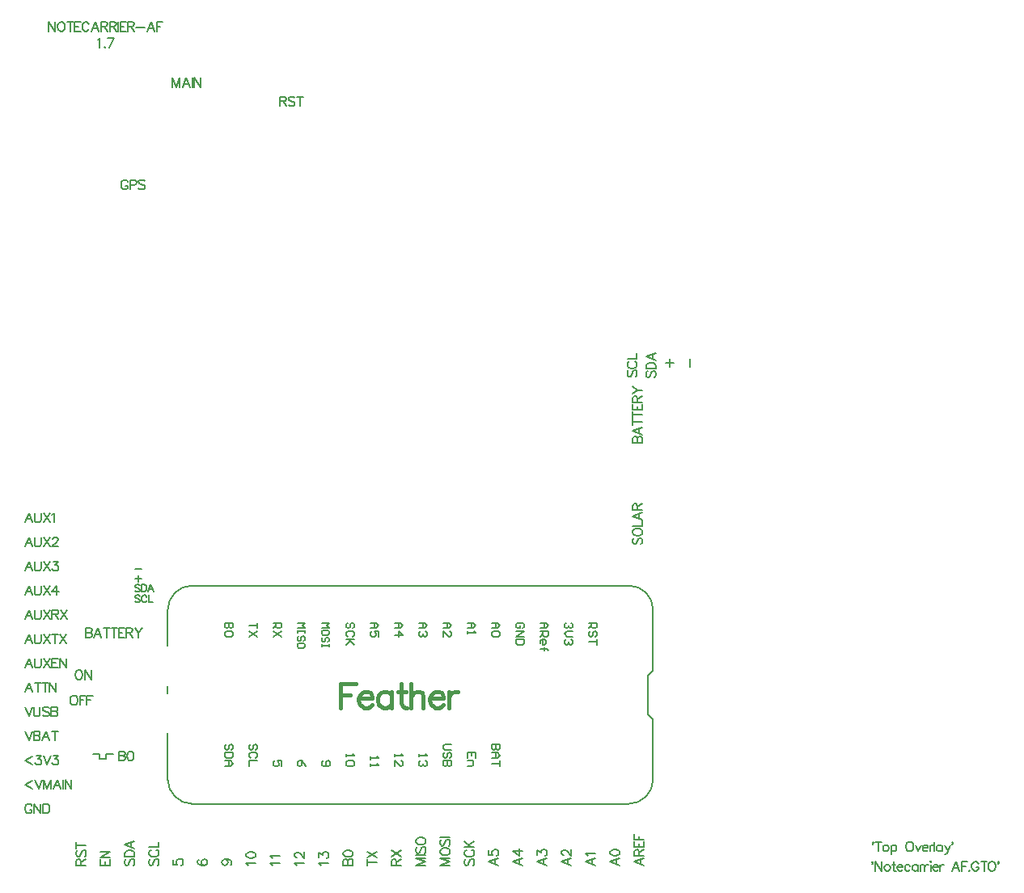
<source format=gto>
G04*
G04 #@! TF.GenerationSoftware,Altium Limited,Altium Designer,20.2.4 (192)*
G04*
G04 Layer_Color=65535*
%FSLAX25Y25*%
%MOIN*%
G70*
G04*
G04 #@! TF.SameCoordinates,7296403A-AE54-4680-90C6-F2F837FCC291*
G04*
G04*
G04 #@! TF.FilePolarity,Positive*
G04*
G01*
G75*
%ADD10C,0.00787*%
%ADD11C,0.00591*%
%ADD12C,0.00600*%
%ADD13C,0.01500*%
D10*
X270236Y117000D02*
G03*
X260236Y127000I-10000J0D01*
G01*
X80236D02*
G03*
X70236Y117000I0J-10000D01*
G01*
Y47000D02*
G03*
X80236Y37000I10000J0D01*
G01*
X260236D02*
G03*
X270236Y47000I0J10000D01*
G01*
X70236Y82556D02*
Y85665D01*
Y47000D02*
Y66020D01*
Y102201D02*
Y117000D01*
X80236Y127000D02*
X97154D01*
X250236D02*
X260236D01*
X80236Y37000D02*
X90236D01*
X203057D02*
X260236D01*
X270236Y47000D02*
Y72000D01*
X268236Y74000D02*
X270236Y72000D01*
X268236Y74000D02*
Y90000D01*
X270236Y92000D01*
Y117000D01*
X90236Y37000D02*
X203057D01*
X97154Y127000D02*
X250236D01*
D11*
X39406Y57568D02*
X42157D01*
X44908Y57532D02*
X47659D01*
X44908Y55408D02*
Y57550D01*
X42157Y55408D02*
X44908D01*
X42157D02*
Y57550D01*
X11422Y66989D02*
X12922Y63052D01*
X14421Y66989D02*
X12922Y63052D01*
X14927Y66989D02*
Y63052D01*
Y66989D02*
X16614D01*
X17177Y66801D01*
X17364Y66614D01*
X17551Y66239D01*
Y65864D01*
X17364Y65489D01*
X17177Y65302D01*
X16614Y65114D01*
X14927D02*
X16614D01*
X17177Y64927D01*
X17364Y64739D01*
X17551Y64364D01*
Y63802D01*
X17364Y63427D01*
X17177Y63240D01*
X16614Y63052D01*
X14927D01*
X21431D02*
X19932Y66989D01*
X18432Y63052D01*
X18995Y64364D02*
X20869D01*
X23662Y66989D02*
Y63052D01*
X22350Y66989D02*
X24974D01*
X285434Y220637D02*
Y217263D01*
X14421Y143052D02*
X12922Y146989D01*
X11422Y143052D01*
X11985Y144365D02*
X13859D01*
X15340Y146989D02*
Y144177D01*
X15527Y143615D01*
X15902Y143240D01*
X16464Y143052D01*
X16839D01*
X17402Y143240D01*
X17776Y143615D01*
X17964Y144177D01*
Y146989D01*
X19051D02*
X21675Y143052D01*
Y146989D02*
X19051Y143052D01*
X22743Y146051D02*
Y146239D01*
X22931Y146614D01*
X23118Y146801D01*
X23493Y146989D01*
X24243D01*
X24618Y146801D01*
X24805Y146614D01*
X24993Y146239D01*
Y145864D01*
X24805Y145489D01*
X24430Y144927D01*
X22556Y143052D01*
X25180D01*
X103290Y11631D02*
X103102Y12006D01*
X102540Y12569D01*
X106476D01*
X102540Y15642D02*
X102727Y15080D01*
X103290Y14705D01*
X104227Y14518D01*
X104789D01*
X105726Y14705D01*
X106289Y15080D01*
X106476Y15642D01*
Y16017D01*
X106289Y16580D01*
X105726Y16955D01*
X104789Y17142D01*
X104227D01*
X103290Y16955D01*
X102727Y16580D01*
X102540Y16017D01*
Y15642D01*
X278876Y218950D02*
X275502D01*
X277189Y220637D02*
Y217263D01*
X14421Y133052D02*
X12922Y136989D01*
X11422Y133052D01*
X11985Y134364D02*
X13859D01*
X15340Y136989D02*
Y134177D01*
X15527Y133615D01*
X15902Y133240D01*
X16464Y133052D01*
X16839D01*
X17402Y133240D01*
X17776Y133615D01*
X17964Y134177D01*
Y136989D01*
X19051D02*
X21675Y133052D01*
Y136989D02*
X19051Y133052D01*
X22931Y136989D02*
X24993D01*
X23868Y135489D01*
X24430D01*
X24805Y135302D01*
X24993Y135114D01*
X25180Y134552D01*
Y134177D01*
X24993Y133615D01*
X24618Y133240D01*
X24056Y133052D01*
X23493D01*
X22931Y133240D01*
X22743Y133427D01*
X22556Y133802D01*
X246476Y14630D02*
X242540Y13131D01*
X246476Y11631D01*
X245164Y12194D02*
Y14068D01*
X243290Y15549D02*
X243102Y15924D01*
X242540Y16486D01*
X246476D01*
X193102Y14255D02*
X192727Y13881D01*
X192540Y13318D01*
Y12569D01*
X192727Y12006D01*
X193102Y11631D01*
X193477D01*
X193852Y11819D01*
X194039Y12006D01*
X194227Y12381D01*
X194602Y13506D01*
X194789Y13881D01*
X194977Y14068D01*
X195351Y14255D01*
X195914D01*
X196289Y13881D01*
X196476Y13318D01*
Y12569D01*
X196289Y12006D01*
X195914Y11631D01*
X193477Y17948D02*
X193102Y17761D01*
X192727Y17386D01*
X192540Y17011D01*
Y16261D01*
X192727Y15886D01*
X193102Y15511D01*
X193477Y15324D01*
X194039Y15136D01*
X194977D01*
X195539Y15324D01*
X195914Y15511D01*
X196289Y15886D01*
X196476Y16261D01*
Y17011D01*
X196289Y17386D01*
X195914Y17761D01*
X195539Y17948D01*
X192540Y19054D02*
X196476D01*
X192540Y21678D02*
X195164Y19054D01*
X194227Y19991D02*
X196476Y21678D01*
X14421Y93052D02*
X12922Y96989D01*
X11422Y93052D01*
X11985Y94365D02*
X13859D01*
X15340Y96989D02*
Y94177D01*
X15527Y93615D01*
X15902Y93240D01*
X16464Y93052D01*
X16839D01*
X17402Y93240D01*
X17776Y93615D01*
X17964Y94177D01*
Y96989D01*
X19051D02*
X21675Y93052D01*
Y96989D02*
X19051Y93052D01*
X24993Y96989D02*
X22556D01*
Y93052D01*
X24993D01*
X22556Y95114D02*
X24056D01*
X25649Y96989D02*
Y93052D01*
Y96989D02*
X28273Y93052D01*
Y96989D02*
Y93052D01*
X142540Y11631D02*
X146476D01*
X142540D02*
Y13318D01*
X142727Y13881D01*
X142915Y14068D01*
X143290Y14255D01*
X143665D01*
X144039Y14068D01*
X144227Y13881D01*
X144414Y13318D01*
Y11631D02*
Y13318D01*
X144602Y13881D01*
X144789Y14068D01*
X145164Y14255D01*
X145726D01*
X146101Y14068D01*
X146289Y13881D01*
X146476Y13318D01*
Y11631D01*
X142540Y16261D02*
X142727Y15699D01*
X143290Y15324D01*
X144227Y15136D01*
X144789D01*
X145726Y15324D01*
X146289Y15699D01*
X146476Y16261D01*
Y16636D01*
X146289Y17198D01*
X145726Y17573D01*
X144789Y17761D01*
X144227D01*
X143290Y17573D01*
X142727Y17198D01*
X142540Y16636D01*
Y16261D01*
X49974Y58671D02*
Y54735D01*
Y58671D02*
X51661D01*
X52223Y58484D01*
X52411Y58296D01*
X52598Y57921D01*
Y57547D01*
X52411Y57172D01*
X52223Y56984D01*
X51661Y56797D01*
X49974D02*
X51661D01*
X52223Y56609D01*
X52411Y56422D01*
X52598Y56047D01*
Y55485D01*
X52411Y55110D01*
X52223Y54922D01*
X51661Y54735D01*
X49974D01*
X54604Y58671D02*
X54041Y58484D01*
X53667Y57921D01*
X53479Y56984D01*
Y56422D01*
X53667Y55485D01*
X54041Y54922D01*
X54604Y54735D01*
X54979D01*
X55541Y54922D01*
X55916Y55485D01*
X56103Y56422D01*
Y56984D01*
X55916Y57921D01*
X55541Y58484D01*
X54979Y58671D01*
X54604D01*
X83102Y13881D02*
X82727Y13693D01*
X82540Y13131D01*
Y12756D01*
X82727Y12194D01*
X83290Y11819D01*
X84227Y11631D01*
X85164D01*
X85914Y11819D01*
X86289Y12194D01*
X86476Y12756D01*
Y12943D01*
X86289Y13506D01*
X85914Y13881D01*
X85351Y14068D01*
X85164D01*
X84602Y13881D01*
X84227Y13506D01*
X84039Y12943D01*
Y12756D01*
X84227Y12194D01*
X84602Y11819D01*
X85164Y11631D01*
X113290D02*
X113102Y12006D01*
X112540Y12569D01*
X116476D01*
X113290Y14518D02*
X113102Y14893D01*
X112540Y15455D01*
X116476D01*
X14234Y36051D02*
X14046Y36426D01*
X13672Y36801D01*
X13297Y36989D01*
X12547D01*
X12172Y36801D01*
X11797Y36426D01*
X11610Y36051D01*
X11422Y35489D01*
Y34552D01*
X11610Y33990D01*
X11797Y33615D01*
X12172Y33240D01*
X12547Y33052D01*
X13297D01*
X13672Y33240D01*
X14046Y33615D01*
X14234Y33990D01*
Y34552D01*
X13297D02*
X14234D01*
X15134Y36989D02*
Y33052D01*
Y36989D02*
X17758Y33052D01*
Y36989D02*
Y33052D01*
X18845Y36989D02*
Y33052D01*
Y36989D02*
X20157D01*
X20719Y36801D01*
X21094Y36426D01*
X21282Y36051D01*
X21469Y35489D01*
Y34552D01*
X21282Y33990D01*
X21094Y33615D01*
X20719Y33240D01*
X20157Y33052D01*
X18845D01*
X41252Y352087D02*
X41627Y352274D01*
X42189Y352836D01*
Y348900D01*
X44326Y349275D02*
X44139Y349088D01*
X44326Y348900D01*
X44513Y349088D01*
X44326Y349275D01*
X48000Y352836D02*
X46126Y348900D01*
X45376Y352836D02*
X48000D01*
X42540Y14068D02*
Y11631D01*
X46476D01*
Y14068D01*
X44414Y11631D02*
Y13131D01*
X42540Y14724D02*
X46476D01*
X42540D02*
X46476Y17348D01*
X42540D02*
X46476D01*
X262429Y146678D02*
X262054Y146303D01*
X261867Y145740D01*
Y144991D01*
X262054Y144428D01*
X262429Y144053D01*
X262804D01*
X263179Y144241D01*
X263367Y144428D01*
X263554Y144803D01*
X263929Y145928D01*
X264116Y146303D01*
X264304Y146490D01*
X264679Y146678D01*
X265241D01*
X265616Y146303D01*
X265803Y145740D01*
Y144991D01*
X265616Y144428D01*
X265241Y144053D01*
X261867Y148683D02*
X262054Y148308D01*
X262429Y147933D01*
X262804Y147746D01*
X263367Y147559D01*
X264304D01*
X264866Y147746D01*
X265241Y147933D01*
X265616Y148308D01*
X265803Y148683D01*
Y149433D01*
X265616Y149808D01*
X265241Y150183D01*
X264866Y150370D01*
X264304Y150558D01*
X263367D01*
X262804Y150370D01*
X262429Y150183D01*
X262054Y149808D01*
X261867Y149433D01*
Y148683D01*
Y151476D02*
X265803D01*
Y153725D01*
Y157155D02*
X261867Y155656D01*
X265803Y154156D01*
X264491Y154719D02*
Y156593D01*
X261867Y158074D02*
X265803D01*
X261867D02*
Y159761D01*
X262054Y160323D01*
X262242Y160510D01*
X262617Y160698D01*
X262992D01*
X263367Y160510D01*
X263554Y160323D01*
X263741Y159761D01*
Y158074D01*
Y159386D02*
X265803Y160698D01*
X261867Y185827D02*
X265803D01*
X261867D02*
Y187514D01*
X262055Y188076D01*
X262242Y188263D01*
X262617Y188451D01*
X262992D01*
X263367Y188263D01*
X263554Y188076D01*
X263742Y187514D01*
Y185827D02*
Y187514D01*
X263929Y188076D01*
X264116Y188263D01*
X264491Y188451D01*
X265054D01*
X265428Y188263D01*
X265616Y188076D01*
X265803Y187514D01*
Y185827D01*
Y192331D02*
X261867Y190831D01*
X265803Y189332D01*
X264491Y189894D02*
Y191769D01*
X261867Y194561D02*
X265803D01*
X261867Y193249D02*
Y195873D01*
Y197654D02*
X265803D01*
X261867Y196342D02*
Y198966D01*
Y201871D02*
Y199435D01*
X265803D01*
Y201871D01*
X263742Y199435D02*
Y200934D01*
X261867Y202527D02*
X265803D01*
X261867D02*
Y204214D01*
X262055Y204777D01*
X262242Y204964D01*
X262617Y205151D01*
X262992D01*
X263367Y204964D01*
X263554Y204777D01*
X263742Y204214D01*
Y202527D01*
Y203839D02*
X265803Y205151D01*
X261867Y206032D02*
X263742Y207532D01*
X265803D01*
X261867Y209031D02*
X263742Y207532D01*
X266476Y14630D02*
X262540Y13131D01*
X266476Y11631D01*
X265164Y12194D02*
Y14068D01*
X262540Y15549D02*
X266476D01*
X262540D02*
Y17236D01*
X262727Y17798D01*
X262915Y17986D01*
X263290Y18173D01*
X263665D01*
X264039Y17986D01*
X264227Y17798D01*
X264414Y17236D01*
Y15549D01*
Y16861D02*
X266476Y18173D01*
X262540Y21490D02*
Y19054D01*
X266476D01*
Y21490D01*
X264414Y19054D02*
Y20553D01*
X262540Y22147D02*
X266476D01*
X262540D02*
Y24583D01*
X264414Y22147D02*
Y23646D01*
X63102Y14255D02*
X62727Y13881D01*
X62540Y13318D01*
Y12569D01*
X62727Y12006D01*
X63102Y11631D01*
X63477D01*
X63852Y11819D01*
X64039Y12006D01*
X64227Y12381D01*
X64602Y13506D01*
X64789Y13881D01*
X64977Y14068D01*
X65351Y14255D01*
X65914D01*
X66289Y13881D01*
X66476Y13318D01*
Y12569D01*
X66289Y12006D01*
X65914Y11631D01*
X63477Y17948D02*
X63102Y17761D01*
X62727Y17386D01*
X62540Y17011D01*
Y16261D01*
X62727Y15886D01*
X63102Y15511D01*
X63477Y15324D01*
X64039Y15136D01*
X64977D01*
X65539Y15324D01*
X65914Y15511D01*
X66289Y15886D01*
X66476Y16261D01*
Y17011D01*
X66289Y17386D01*
X65914Y17761D01*
X65539Y17948D01*
X62540Y19054D02*
X66476D01*
Y21303D01*
X260166Y215738D02*
X259791Y215363D01*
X259603Y214800D01*
Y214051D01*
X259791Y213488D01*
X260166Y213113D01*
X260541D01*
X260915Y213301D01*
X261103Y213488D01*
X261290Y213863D01*
X261665Y214988D01*
X261853Y215363D01*
X262040Y215550D01*
X262415Y215738D01*
X262977D01*
X263352Y215363D01*
X263540Y214800D01*
Y214051D01*
X263352Y213488D01*
X262977Y213113D01*
X260541Y219430D02*
X260166Y219243D01*
X259791Y218868D01*
X259603Y218493D01*
Y217743D01*
X259791Y217368D01*
X260166Y216993D01*
X260541Y216806D01*
X261103Y216618D01*
X262040D01*
X262602Y216806D01*
X262977Y216993D01*
X263352Y217368D01*
X263540Y217743D01*
Y218493D01*
X263352Y218868D01*
X262977Y219243D01*
X262602Y219430D01*
X259603Y220536D02*
X263540D01*
Y222785D01*
X14421Y46426D02*
X11422Y44739D01*
X14421Y43052D01*
X15546Y46989D02*
X17045Y43052D01*
X18545Y46989D02*
X17045Y43052D01*
X19051Y46989D02*
Y43052D01*
Y46989D02*
X20550Y43052D01*
X22050Y46989D02*
X20550Y43052D01*
X22050Y46989D02*
Y43052D01*
X26174D02*
X24674Y46989D01*
X23175Y43052D01*
X23737Y44365D02*
X25611D01*
X27092Y46989D02*
Y43052D01*
X27917Y46989D02*
Y43052D01*
Y46989D02*
X30541Y43052D01*
Y46989D02*
Y43052D01*
X152540Y12943D02*
X156476D01*
X152540Y11631D02*
Y14255D01*
Y14724D02*
X156476Y17348D01*
X152540D02*
X156476Y14724D01*
X93852Y14068D02*
X94414Y13881D01*
X94789Y13506D01*
X94977Y12943D01*
Y12756D01*
X94789Y12194D01*
X94414Y11819D01*
X93852Y11631D01*
X93664D01*
X93102Y11819D01*
X92727Y12194D01*
X92540Y12756D01*
Y12943D01*
X92727Y13506D01*
X93102Y13881D01*
X93852Y14068D01*
X94789D01*
X95726Y13881D01*
X96289Y13506D01*
X96476Y12943D01*
Y12569D01*
X96289Y12006D01*
X95914Y11819D01*
X123290Y11631D02*
X123102Y12006D01*
X122540Y12569D01*
X126476D01*
X123477Y14705D02*
X123290D01*
X122915Y14893D01*
X122727Y15080D01*
X122540Y15455D01*
Y16205D01*
X122727Y16580D01*
X122915Y16767D01*
X123290Y16955D01*
X123664D01*
X124039Y16767D01*
X124602Y16392D01*
X126476Y14518D01*
Y17142D01*
X21140Y359527D02*
Y355591D01*
Y359527D02*
X23764Y355591D01*
Y359527D02*
Y355591D01*
X25976Y359527D02*
X25601Y359339D01*
X25226Y358964D01*
X25039Y358590D01*
X24851Y358027D01*
Y357090D01*
X25039Y356528D01*
X25226Y356153D01*
X25601Y355778D01*
X25976Y355591D01*
X26726D01*
X27101Y355778D01*
X27476Y356153D01*
X27663Y356528D01*
X27850Y357090D01*
Y358027D01*
X27663Y358590D01*
X27476Y358964D01*
X27101Y359339D01*
X26726Y359527D01*
X25976D01*
X30081D02*
Y355591D01*
X28769Y359527D02*
X31393D01*
X34298D02*
X31862D01*
Y355591D01*
X34298D01*
X31862Y357652D02*
X33361D01*
X37766Y358590D02*
X37578Y358964D01*
X37203Y359339D01*
X36829Y359527D01*
X36079D01*
X35704Y359339D01*
X35329Y358964D01*
X35142Y358590D01*
X34954Y358027D01*
Y357090D01*
X35142Y356528D01*
X35329Y356153D01*
X35704Y355778D01*
X36079Y355591D01*
X36829D01*
X37203Y355778D01*
X37578Y356153D01*
X37766Y356528D01*
X41871Y355591D02*
X40371Y359527D01*
X38872Y355591D01*
X39434Y356903D02*
X41308D01*
X42789Y359527D02*
Y355591D01*
Y359527D02*
X44476D01*
X45038Y359339D01*
X45226Y359152D01*
X45413Y358777D01*
Y358402D01*
X45226Y358027D01*
X45038Y357840D01*
X44476Y357652D01*
X42789D01*
X44101D02*
X45413Y355591D01*
X46294Y359527D02*
Y355591D01*
Y359527D02*
X47981D01*
X48543Y359339D01*
X48731Y359152D01*
X48918Y358777D01*
Y358402D01*
X48731Y358027D01*
X48543Y357840D01*
X47981Y357652D01*
X46294D01*
X47606D02*
X48918Y355591D01*
X49799Y359527D02*
Y355591D01*
X53061Y359527D02*
X50624D01*
Y355591D01*
X53061D01*
X50624Y357652D02*
X52123D01*
X53717Y359527D02*
Y355591D01*
Y359527D02*
X55404D01*
X55966Y359339D01*
X56153Y359152D01*
X56341Y358777D01*
Y358402D01*
X56153Y358027D01*
X55966Y357840D01*
X55404Y357652D01*
X53717D01*
X55029D02*
X56341Y355591D01*
X57222Y357277D02*
X60596D01*
X64757Y355591D02*
X63257Y359527D01*
X61758Y355591D01*
X62320Y356903D02*
X64194D01*
X65675Y359527D02*
Y355591D01*
Y359527D02*
X68112D01*
X65675Y357652D02*
X67175D01*
X31130Y81653D02*
X30755Y81465D01*
X30381Y81090D01*
X30193Y80716D01*
X30006Y80153D01*
Y79216D01*
X30193Y78654D01*
X30381Y78279D01*
X30755Y77904D01*
X31130Y77716D01*
X31880D01*
X32255Y77904D01*
X32630Y78279D01*
X32817Y78654D01*
X33005Y79216D01*
Y80153D01*
X32817Y80716D01*
X32630Y81090D01*
X32255Y81465D01*
X31880Y81653D01*
X31130D01*
X33923D02*
Y77716D01*
Y81653D02*
X36360D01*
X33923Y79778D02*
X35423D01*
X36810Y81653D02*
Y77716D01*
Y81653D02*
X39246D01*
X36810Y79778D02*
X38309D01*
X11422Y76989D02*
X12922Y73052D01*
X14421Y76989D02*
X12922Y73052D01*
X14927Y76989D02*
Y74177D01*
X15115Y73615D01*
X15490Y73240D01*
X16052Y73052D01*
X16427D01*
X16989Y73240D01*
X17364Y73615D01*
X17551Y74177D01*
Y76989D01*
X21263Y76426D02*
X20888Y76801D01*
X20326Y76989D01*
X19576D01*
X19014Y76801D01*
X18639Y76426D01*
Y76051D01*
X18826Y75677D01*
X19014Y75489D01*
X19388Y75302D01*
X20513Y74927D01*
X20888Y74739D01*
X21075Y74552D01*
X21263Y74177D01*
Y73615D01*
X20888Y73240D01*
X20326Y73052D01*
X19576D01*
X19014Y73240D01*
X18639Y73615D01*
X22144Y76989D02*
Y73052D01*
Y76989D02*
X23831D01*
X24393Y76801D01*
X24580Y76614D01*
X24768Y76239D01*
Y75864D01*
X24580Y75489D01*
X24393Y75302D01*
X23831Y75114D01*
X22144D02*
X23831D01*
X24393Y74927D01*
X24580Y74739D01*
X24768Y74365D01*
Y73802D01*
X24580Y73427D01*
X24393Y73240D01*
X23831Y73052D01*
X22144D01*
X32540Y11631D02*
X36476D01*
X32540D02*
Y13318D01*
X32727Y13881D01*
X32915Y14068D01*
X33290Y14255D01*
X33665D01*
X34039Y14068D01*
X34227Y13881D01*
X34414Y13318D01*
Y11631D01*
Y12943D02*
X36476Y14255D01*
X33102Y17761D02*
X32727Y17386D01*
X32540Y16823D01*
Y16074D01*
X32727Y15511D01*
X33102Y15136D01*
X33477D01*
X33852Y15324D01*
X34039Y15511D01*
X34227Y15886D01*
X34602Y17011D01*
X34789Y17386D01*
X34977Y17573D01*
X35351Y17761D01*
X35914D01*
X36289Y17386D01*
X36476Y16823D01*
Y16074D01*
X36289Y15511D01*
X35914Y15136D01*
X32540Y19953D02*
X36476D01*
X32540Y18642D02*
Y21266D01*
X133290Y11631D02*
X133102Y12006D01*
X132540Y12569D01*
X136476D01*
X132540Y14893D02*
Y16955D01*
X134039Y15830D01*
Y16392D01*
X134227Y16767D01*
X134414Y16955D01*
X134977Y17142D01*
X135351D01*
X135914Y16955D01*
X136289Y16580D01*
X136476Y16017D01*
Y15455D01*
X136289Y14893D01*
X136101Y14705D01*
X135726Y14518D01*
X14421Y123052D02*
X12922Y126989D01*
X11422Y123052D01*
X11985Y124364D02*
X13859D01*
X15340Y126989D02*
Y124177D01*
X15527Y123615D01*
X15902Y123240D01*
X16464Y123052D01*
X16839D01*
X17402Y123240D01*
X17776Y123615D01*
X17964Y124177D01*
Y126989D01*
X19051D02*
X21675Y123052D01*
Y126989D02*
X19051Y123052D01*
X24430Y126989D02*
X22556Y124364D01*
X25368D01*
X24430Y126989D02*
Y123052D01*
X14421Y103052D02*
X12922Y106989D01*
X11422Y103052D01*
X11985Y104365D02*
X13859D01*
X15340Y106989D02*
Y104177D01*
X15527Y103615D01*
X15902Y103240D01*
X16464Y103052D01*
X16839D01*
X17402Y103240D01*
X17776Y103615D01*
X17964Y104177D01*
Y106989D01*
X19051D02*
X21675Y103052D01*
Y106989D02*
X19051Y103052D01*
X23868Y106989D02*
Y103052D01*
X22556Y106989D02*
X25180D01*
X25649D02*
X28273Y103052D01*
Y106989D02*
X25649Y103052D01*
X53798Y293405D02*
X53610Y293779D01*
X53235Y294154D01*
X52860Y294342D01*
X52111D01*
X51736Y294154D01*
X51361Y293779D01*
X51173Y293405D01*
X50986Y292842D01*
Y291905D01*
X51173Y291343D01*
X51361Y290968D01*
X51736Y290593D01*
X52111Y290406D01*
X52860D01*
X53235Y290593D01*
X53610Y290968D01*
X53798Y291343D01*
Y291905D01*
X52860D02*
X53798D01*
X54697Y292280D02*
X56384D01*
X56946Y292467D01*
X57134Y292655D01*
X57321Y293030D01*
Y293592D01*
X57134Y293967D01*
X56946Y294154D01*
X56384Y294342D01*
X54697D01*
Y290406D01*
X60826Y293779D02*
X60452Y294154D01*
X59889Y294342D01*
X59139D01*
X58577Y294154D01*
X58202Y293779D01*
Y293405D01*
X58390Y293030D01*
X58577Y292842D01*
X58952Y292655D01*
X60077Y292280D01*
X60452Y292092D01*
X60639Y291905D01*
X60826Y291530D01*
Y290968D01*
X60452Y290593D01*
X59889Y290406D01*
X59139D01*
X58577Y290593D01*
X58202Y290968D01*
X236476Y14630D02*
X232540Y13131D01*
X236476Y11631D01*
X235164Y12194D02*
Y14068D01*
X233477Y15736D02*
X233290D01*
X232915Y15924D01*
X232727Y16111D01*
X232540Y16486D01*
Y17236D01*
X232727Y17611D01*
X232915Y17798D01*
X233290Y17986D01*
X233664D01*
X234039Y17798D01*
X234602Y17423D01*
X236476Y15549D01*
Y18173D01*
X14421Y83052D02*
X12922Y86989D01*
X11422Y83052D01*
X11985Y84364D02*
X13859D01*
X16652Y86989D02*
Y83052D01*
X15340Y86989D02*
X17964D01*
X19745D02*
Y83052D01*
X18432Y86989D02*
X21057D01*
X21525D02*
Y83052D01*
Y86989D02*
X24149Y83052D01*
Y86989D02*
Y83052D01*
X14421Y113052D02*
X12922Y116989D01*
X11422Y113052D01*
X11985Y114365D02*
X13859D01*
X15340Y116989D02*
Y114177D01*
X15527Y113615D01*
X15902Y113240D01*
X16464Y113052D01*
X16839D01*
X17402Y113240D01*
X17776Y113615D01*
X17964Y114177D01*
Y116989D01*
X19051D02*
X21675Y113052D01*
Y116989D02*
X19051Y113052D01*
X22556Y116989D02*
Y113052D01*
Y116989D02*
X24243D01*
X24805Y116801D01*
X24993Y116614D01*
X25180Y116239D01*
Y115864D01*
X24993Y115489D01*
X24805Y115302D01*
X24243Y115114D01*
X22556D01*
X23868D02*
X25180Y113052D01*
X26061Y116989D02*
X28685Y113052D01*
Y116989D02*
X26061Y113052D01*
X36398Y109527D02*
Y105590D01*
Y109527D02*
X38085D01*
X38647Y109339D01*
X38834Y109152D01*
X39022Y108777D01*
Y108402D01*
X38834Y108027D01*
X38647Y107840D01*
X38085Y107652D01*
X36398D02*
X38085D01*
X38647Y107465D01*
X38834Y107278D01*
X39022Y106903D01*
Y106340D01*
X38834Y105965D01*
X38647Y105778D01*
X38085Y105590D01*
X36398D01*
X42902D02*
X41402Y109527D01*
X39903Y105590D01*
X40465Y106903D02*
X42339D01*
X45132Y109527D02*
Y105590D01*
X43820Y109527D02*
X46444D01*
X48225D02*
Y105590D01*
X46913Y109527D02*
X49537D01*
X52442D02*
X50006D01*
Y105590D01*
X52442D01*
X50006Y107652D02*
X51505D01*
X53098Y109527D02*
Y105590D01*
Y109527D02*
X54785D01*
X55348Y109339D01*
X55535Y109152D01*
X55722Y108777D01*
Y108402D01*
X55535Y108027D01*
X55348Y107840D01*
X54785Y107652D01*
X53098D01*
X54410D02*
X55722Y105590D01*
X56603Y109527D02*
X58103Y107652D01*
Y105590D01*
X59602Y109527D02*
X58103Y107652D01*
X256476Y14630D02*
X252540Y13131D01*
X256476Y11631D01*
X255164Y12194D02*
Y14068D01*
X252540Y16673D02*
X252727Y16111D01*
X253290Y15736D01*
X254227Y15549D01*
X254789D01*
X255726Y15736D01*
X256289Y16111D01*
X256476Y16673D01*
Y17048D01*
X256289Y17611D01*
X255726Y17986D01*
X254789Y18173D01*
X254227D01*
X253290Y17986D01*
X252727Y17611D01*
X252540Y17048D01*
Y16673D01*
X182540Y11631D02*
X186476D01*
X182540D02*
X186476Y13131D01*
X182540Y14630D02*
X186476Y13131D01*
X182540Y14630D02*
X186476D01*
X182540Y16879D02*
X182728Y16504D01*
X183102Y16130D01*
X183477Y15942D01*
X184040Y15755D01*
X184977D01*
X185539Y15942D01*
X185914Y16130D01*
X186289Y16504D01*
X186476Y16879D01*
Y17629D01*
X186289Y18004D01*
X185914Y18379D01*
X185539Y18566D01*
X184977Y18754D01*
X184040D01*
X183477Y18566D01*
X183102Y18379D01*
X182728Y18004D01*
X182540Y17629D01*
Y16879D01*
X183102Y22296D02*
X182728Y21921D01*
X182540Y21359D01*
Y20609D01*
X182728Y20047D01*
X183102Y19672D01*
X183477D01*
X183852Y19860D01*
X184040Y20047D01*
X184227Y20422D01*
X184602Y21547D01*
X184789Y21921D01*
X184977Y22109D01*
X185352Y22296D01*
X185914D01*
X186289Y21921D01*
X186476Y21359D01*
Y20609D01*
X186289Y20047D01*
X185914Y19672D01*
X182540Y23177D02*
X186476D01*
X72540Y13881D02*
Y12006D01*
X74227Y11819D01*
X74039Y12006D01*
X73852Y12569D01*
Y13131D01*
X74039Y13693D01*
X74414Y14068D01*
X74977Y14255D01*
X75351D01*
X75914Y14068D01*
X76289Y13693D01*
X76476Y13131D01*
Y12569D01*
X76289Y12006D01*
X76101Y11819D01*
X75726Y11631D01*
X72208Y336417D02*
Y332480D01*
Y336417D02*
X73707Y332480D01*
X75207Y336417D02*
X73707Y332480D01*
X75207Y336417D02*
Y332480D01*
X79330D02*
X77831Y336417D01*
X76331Y332480D01*
X76894Y333792D02*
X78768D01*
X80249Y336417D02*
Y332480D01*
X81074Y336417D02*
Y332480D01*
Y336417D02*
X83698Y332480D01*
Y336417D02*
Y332480D01*
X172540Y11631D02*
X176476D01*
X172540D02*
X176476Y13131D01*
X172540Y14630D02*
X176476Y13131D01*
X172540Y14630D02*
X176476D01*
X172540Y15755D02*
X176476D01*
X173102Y19204D02*
X172728Y18829D01*
X172540Y18266D01*
Y17517D01*
X172728Y16954D01*
X173102Y16579D01*
X173477D01*
X173852Y16767D01*
X174040Y16954D01*
X174227Y17329D01*
X174602Y18454D01*
X174789Y18829D01*
X174977Y19016D01*
X175352Y19204D01*
X175914D01*
X176289Y18829D01*
X176476Y18266D01*
Y17517D01*
X176289Y16954D01*
X175914Y16579D01*
X172540Y21209D02*
X172728Y20834D01*
X173102Y20459D01*
X173477Y20272D01*
X174040Y20085D01*
X174977D01*
X175539Y20272D01*
X175914Y20459D01*
X176289Y20834D01*
X176476Y21209D01*
Y21959D01*
X176289Y22334D01*
X175914Y22709D01*
X175539Y22896D01*
X174977Y23084D01*
X174040D01*
X173477Y22896D01*
X173102Y22709D01*
X172728Y22334D01*
X172540Y21959D01*
Y21209D01*
X116437Y328645D02*
Y324709D01*
Y328645D02*
X118124D01*
X118686Y328457D01*
X118874Y328270D01*
X119061Y327895D01*
Y327520D01*
X118874Y327145D01*
X118686Y326958D01*
X118124Y326770D01*
X116437D01*
X117749D02*
X119061Y324709D01*
X122566Y328082D02*
X122192Y328457D01*
X121629Y328645D01*
X120879D01*
X120317Y328457D01*
X119942Y328082D01*
Y327708D01*
X120130Y327333D01*
X120317Y327145D01*
X120692Y326958D01*
X121817Y326583D01*
X122192Y326396D01*
X122379Y326208D01*
X122566Y325833D01*
Y325271D01*
X122192Y324896D01*
X121629Y324709D01*
X120879D01*
X120317Y324896D01*
X119942Y325271D01*
X124759Y328645D02*
Y324709D01*
X123447Y328645D02*
X126071D01*
X14421Y153052D02*
X12922Y156989D01*
X11422Y153052D01*
X11985Y154365D02*
X13859D01*
X15340Y156989D02*
Y154177D01*
X15527Y153615D01*
X15902Y153240D01*
X16464Y153052D01*
X16839D01*
X17402Y153240D01*
X17776Y153615D01*
X17964Y154177D01*
Y156989D01*
X19051D02*
X21675Y153052D01*
Y156989D02*
X19051Y153052D01*
X22556Y156239D02*
X22931Y156426D01*
X23493Y156989D01*
Y153052D01*
X53102Y14255D02*
X52727Y13881D01*
X52540Y13318D01*
Y12569D01*
X52727Y12006D01*
X53102Y11631D01*
X53477D01*
X53852Y11819D01*
X54039Y12006D01*
X54227Y12381D01*
X54602Y13506D01*
X54789Y13881D01*
X54977Y14068D01*
X55351Y14255D01*
X55914D01*
X56289Y13881D01*
X56476Y13318D01*
Y12569D01*
X56289Y12006D01*
X55914Y11631D01*
X52540Y15136D02*
X56476D01*
X52540D02*
Y16448D01*
X52727Y17011D01*
X53102Y17386D01*
X53477Y17573D01*
X54039Y17761D01*
X54977D01*
X55539Y17573D01*
X55914Y17386D01*
X56289Y17011D01*
X56476Y16448D01*
Y15136D01*
Y21641D02*
X52540Y20141D01*
X56476Y18642D01*
X55164Y19204D02*
Y21078D01*
X206476Y14630D02*
X202540Y13131D01*
X206476Y11631D01*
X205164Y12194D02*
Y14068D01*
X202540Y17798D02*
Y15924D01*
X204227Y15736D01*
X204039Y15924D01*
X203852Y16486D01*
Y17048D01*
X204039Y17611D01*
X204414Y17986D01*
X204977Y18173D01*
X205351D01*
X205914Y17986D01*
X206289Y17611D01*
X206476Y17048D01*
Y16486D01*
X206289Y15924D01*
X206101Y15736D01*
X205726Y15549D01*
X216476Y14630D02*
X212540Y13131D01*
X216476Y11631D01*
X215164Y12194D02*
Y14068D01*
X212540Y17423D02*
X215164Y15549D01*
Y18360D01*
X212540Y17423D02*
X216476D01*
X14421Y56426D02*
X11422Y54739D01*
X14421Y53052D01*
X15921Y56989D02*
X17983D01*
X16858Y55489D01*
X17420D01*
X17795Y55302D01*
X17983Y55114D01*
X18170Y54552D01*
Y54177D01*
X17983Y53615D01*
X17608Y53240D01*
X17045Y53052D01*
X16483D01*
X15921Y53240D01*
X15733Y53427D01*
X15546Y53802D01*
X19051Y56989D02*
X20550Y53052D01*
X22050Y56989D02*
X20550Y53052D01*
X22931Y56989D02*
X24993D01*
X23868Y55489D01*
X24430D01*
X24805Y55302D01*
X24993Y55114D01*
X25180Y54552D01*
Y54177D01*
X24993Y53615D01*
X24618Y53240D01*
X24056Y53052D01*
X23493D01*
X22931Y53240D01*
X22743Y53427D01*
X22556Y53802D01*
X33211Y92125D02*
X32836Y91938D01*
X32462Y91563D01*
X32274Y91188D01*
X32087Y90626D01*
Y89688D01*
X32274Y89126D01*
X32462Y88751D01*
X32836Y88376D01*
X33211Y88189D01*
X33961D01*
X34336Y88376D01*
X34711Y88751D01*
X34898Y89126D01*
X35086Y89688D01*
Y90626D01*
X34898Y91188D01*
X34711Y91563D01*
X34336Y91938D01*
X33961Y92125D01*
X33211D01*
X36004D02*
Y88189D01*
Y92125D02*
X38628Y88189D01*
Y92125D02*
Y88189D01*
X162540Y11631D02*
X166476D01*
X162540D02*
Y13318D01*
X162727Y13881D01*
X162915Y14068D01*
X163290Y14255D01*
X163664D01*
X164039Y14068D01*
X164227Y13881D01*
X164414Y13318D01*
Y11631D01*
Y12943D02*
X166476Y14255D01*
X162540Y15136D02*
X166476Y17761D01*
X162540D02*
X166476Y15136D01*
X267913Y215489D02*
X267538Y215114D01*
X267351Y214552D01*
Y213802D01*
X267538Y213240D01*
X267913Y212865D01*
X268288D01*
X268663Y213052D01*
X268850Y213240D01*
X269038Y213615D01*
X269413Y214739D01*
X269600Y215114D01*
X269788Y215301D01*
X270163Y215489D01*
X270725D01*
X271100Y215114D01*
X271287Y214552D01*
Y213802D01*
X271100Y213240D01*
X270725Y212865D01*
X267351Y216370D02*
X271287D01*
X267351D02*
Y217682D01*
X267538Y218244D01*
X267913Y218619D01*
X268288Y218807D01*
X268850Y218994D01*
X269788D01*
X270350Y218807D01*
X270725Y218619D01*
X271100Y218244D01*
X271287Y217682D01*
Y216370D01*
Y222874D02*
X267351Y221374D01*
X271287Y219875D01*
X269975Y220437D02*
Y222312D01*
X226476Y14630D02*
X222540Y13131D01*
X226476Y11631D01*
X225164Y12194D02*
Y14068D01*
X222540Y15924D02*
Y17986D01*
X224039Y16861D01*
Y17423D01*
X224227Y17798D01*
X224414Y17986D01*
X224977Y18173D01*
X225352D01*
X225914Y17986D01*
X226289Y17611D01*
X226476Y17048D01*
Y16486D01*
X226289Y15924D01*
X226101Y15736D01*
X225726Y15549D01*
X360817Y20917D02*
X360630Y21104D01*
X360817Y21292D01*
X361005Y21104D01*
Y20729D01*
X360817Y20354D01*
X360630Y20167D01*
X363179Y21292D02*
Y17355D01*
X361867Y21292D02*
X364491D01*
X365897Y19979D02*
X365522Y19792D01*
X365147Y19417D01*
X364960Y18855D01*
Y18480D01*
X365147Y17918D01*
X365522Y17543D01*
X365897Y17355D01*
X366459D01*
X366834Y17543D01*
X367209Y17918D01*
X367396Y18480D01*
Y18855D01*
X367209Y19417D01*
X366834Y19792D01*
X366459Y19979D01*
X365897D01*
X368259D02*
Y16043D01*
Y19417D02*
X368633Y19792D01*
X369008Y19979D01*
X369571D01*
X369946Y19792D01*
X370320Y19417D01*
X370508Y18855D01*
Y18480D01*
X370320Y17918D01*
X369946Y17543D01*
X369571Y17355D01*
X369008D01*
X368633Y17543D01*
X368259Y17918D01*
X375569Y21292D02*
X375194Y21104D01*
X374819Y20729D01*
X374631Y20354D01*
X374444Y19792D01*
Y18855D01*
X374631Y18293D01*
X374819Y17918D01*
X375194Y17543D01*
X375569Y17355D01*
X376318D01*
X376693Y17543D01*
X377068Y17918D01*
X377256Y18293D01*
X377443Y18855D01*
Y19792D01*
X377256Y20354D01*
X377068Y20729D01*
X376693Y21104D01*
X376318Y21292D01*
X375569D01*
X378361Y19979D02*
X379486Y17355D01*
X380611Y19979D02*
X379486Y17355D01*
X381248Y18855D02*
X383497D01*
Y19230D01*
X383310Y19605D01*
X383122Y19792D01*
X382747Y19979D01*
X382185D01*
X381810Y19792D01*
X381435Y19417D01*
X381248Y18855D01*
Y18480D01*
X381435Y17918D01*
X381810Y17543D01*
X382185Y17355D01*
X382747D01*
X383122Y17543D01*
X383497Y17918D01*
X384341Y19979D02*
Y17355D01*
Y18855D02*
X384528Y19417D01*
X384903Y19792D01*
X385278Y19979D01*
X385840D01*
X386196Y21292D02*
Y17355D01*
X389270Y19979D02*
Y17355D01*
Y19417D02*
X388895Y19792D01*
X388520Y19979D01*
X387958D01*
X387583Y19792D01*
X387208Y19417D01*
X387021Y18855D01*
Y18480D01*
X387208Y17918D01*
X387583Y17543D01*
X387958Y17355D01*
X388520D01*
X388895Y17543D01*
X389270Y17918D01*
X390507Y19979D02*
X391632Y17355D01*
X392757Y19979D02*
X391632Y17355D01*
X391257Y16606D01*
X390882Y16231D01*
X390507Y16043D01*
X390320D01*
X393600Y20917D02*
X393412Y21104D01*
X393600Y21292D01*
X393787Y21104D01*
Y20729D01*
X393600Y20354D01*
X393412Y20167D01*
X360719Y12813D02*
X360531Y13001D01*
X360719Y13188D01*
X360906Y13001D01*
Y12626D01*
X360719Y12251D01*
X360531Y12064D01*
X361769Y13188D02*
Y9252D01*
Y13188D02*
X364393Y9252D01*
Y13188D02*
Y9252D01*
X366417Y11876D02*
X366042Y11689D01*
X365667Y11314D01*
X365480Y10751D01*
Y10377D01*
X365667Y9814D01*
X366042Y9439D01*
X366417Y9252D01*
X366979D01*
X367354Y9439D01*
X367729Y9814D01*
X367916Y10377D01*
Y10751D01*
X367729Y11314D01*
X367354Y11689D01*
X366979Y11876D01*
X366417D01*
X369341Y13188D02*
Y10002D01*
X369529Y9439D01*
X369903Y9252D01*
X370278D01*
X368779Y11876D02*
X370091D01*
X370841Y10751D02*
X373090D01*
Y11126D01*
X372902Y11501D01*
X372715Y11689D01*
X372340Y11876D01*
X371778D01*
X371403Y11689D01*
X371028Y11314D01*
X370841Y10751D01*
Y10377D01*
X371028Y9814D01*
X371403Y9439D01*
X371778Y9252D01*
X372340D01*
X372715Y9439D01*
X373090Y9814D01*
X376182Y11314D02*
X375808Y11689D01*
X375433Y11876D01*
X374870D01*
X374496Y11689D01*
X374121Y11314D01*
X373933Y10751D01*
Y10377D01*
X374121Y9814D01*
X374496Y9439D01*
X374870Y9252D01*
X375433D01*
X375808Y9439D01*
X376182Y9814D01*
X379275Y11876D02*
Y9252D01*
Y11314D02*
X378900Y11689D01*
X378525Y11876D01*
X377963D01*
X377588Y11689D01*
X377213Y11314D01*
X377026Y10751D01*
Y10377D01*
X377213Y9814D01*
X377588Y9439D01*
X377963Y9252D01*
X378525D01*
X378900Y9439D01*
X379275Y9814D01*
X380325Y11876D02*
Y9252D01*
Y10751D02*
X380512Y11314D01*
X380887Y11689D01*
X381262Y11876D01*
X381824D01*
X382180D02*
Y9252D01*
Y10751D02*
X382368Y11314D01*
X382743Y11689D01*
X383118Y11876D01*
X383680D01*
X384411Y13188D02*
X384598Y13001D01*
X384786Y13188D01*
X384598Y13376D01*
X384411Y13188D01*
X384598Y11876D02*
Y9252D01*
X385479Y10751D02*
X387729D01*
Y11126D01*
X387541Y11501D01*
X387354Y11689D01*
X386979Y11876D01*
X386417D01*
X386042Y11689D01*
X385667Y11314D01*
X385479Y10751D01*
Y10377D01*
X385667Y9814D01*
X386042Y9439D01*
X386417Y9252D01*
X386979D01*
X387354Y9439D01*
X387729Y9814D01*
X388572Y11876D02*
Y9252D01*
Y10751D02*
X388759Y11314D01*
X389134Y11689D01*
X389509Y11876D01*
X390072D01*
X396519Y9252D02*
X395020Y13188D01*
X393520Y9252D01*
X394083Y10564D02*
X395957D01*
X397438Y13188D02*
Y9252D01*
Y13188D02*
X399874D01*
X397438Y11314D02*
X398937D01*
X400512Y9627D02*
X400324Y9439D01*
X400512Y9252D01*
X400699Y9439D01*
X400512Y9627D01*
X404373Y12251D02*
X404185Y12626D01*
X403811Y13001D01*
X403436Y13188D01*
X402686D01*
X402311Y13001D01*
X401936Y12626D01*
X401749Y12251D01*
X401561Y11689D01*
Y10751D01*
X401749Y10189D01*
X401936Y9814D01*
X402311Y9439D01*
X402686Y9252D01*
X403436D01*
X403811Y9439D01*
X404185Y9814D01*
X404373Y10189D01*
Y10751D01*
X403436D02*
X404373D01*
X406585Y13188D02*
Y9252D01*
X405273Y13188D02*
X407897D01*
X409490D02*
X409115Y13001D01*
X408740Y12626D01*
X408553Y12251D01*
X408365Y11689D01*
Y10751D01*
X408553Y10189D01*
X408740Y9814D01*
X409115Y9439D01*
X409490Y9252D01*
X410240D01*
X410614Y9439D01*
X410989Y9814D01*
X411177Y10189D01*
X411364Y10751D01*
Y11689D01*
X411177Y12251D01*
X410989Y12626D01*
X410614Y13001D01*
X410240Y13188D01*
X409490D01*
X412470Y12813D02*
X412283Y13001D01*
X412470Y13188D01*
X412657Y13001D01*
Y12626D01*
X412470Y12251D01*
X412283Y12064D01*
D12*
X56719Y133994D02*
X59290D01*
X58718Y127021D02*
X58433Y127307D01*
X58004Y127450D01*
X57433D01*
X57004Y127307D01*
X56719Y127021D01*
Y126736D01*
X56862Y126450D01*
X57004Y126307D01*
X57290Y126164D01*
X58147Y125879D01*
X58433Y125736D01*
X58576Y125593D01*
X58718Y125307D01*
Y124879D01*
X58433Y124593D01*
X58004Y124450D01*
X57433D01*
X57004Y124593D01*
X56719Y124879D01*
X59390Y127450D02*
Y124450D01*
Y127450D02*
X60390D01*
X60818Y127307D01*
X61104Y127021D01*
X61246Y126736D01*
X61389Y126307D01*
Y125593D01*
X61246Y125164D01*
X61104Y124879D01*
X60818Y124593D01*
X60390Y124450D01*
X59390D01*
X64346D02*
X63203Y127450D01*
X62060Y124450D01*
X62489Y125450D02*
X63917D01*
X58718Y122592D02*
X58433Y122878D01*
X58004Y123021D01*
X57433D01*
X57004Y122878D01*
X56719Y122592D01*
Y122307D01*
X56862Y122021D01*
X57004Y121878D01*
X57290Y121735D01*
X58147Y121449D01*
X58433Y121307D01*
X58576Y121164D01*
X58718Y120878D01*
Y120450D01*
X58433Y120164D01*
X58004Y120021D01*
X57433D01*
X57004Y120164D01*
X56719Y120450D01*
X61532Y122307D02*
X61389Y122592D01*
X61104Y122878D01*
X60818Y123021D01*
X60247D01*
X59961Y122878D01*
X59675Y122592D01*
X59532Y122307D01*
X59390Y121878D01*
Y121164D01*
X59532Y120735D01*
X59675Y120450D01*
X59961Y120164D01*
X60247Y120021D01*
X60818D01*
X61104Y120164D01*
X61389Y120450D01*
X61532Y120735D01*
X62375Y123021D02*
Y120021D01*
X64089D01*
X58004Y131248D02*
Y128677D01*
X56719Y129962D02*
X59290D01*
X243736Y111622D02*
X247135D01*
Y109922D01*
X246569Y109356D01*
X245436D01*
X244869Y109922D01*
Y111622D01*
Y110489D02*
X243736Y109356D01*
X246569Y105957D02*
X247135Y106523D01*
Y107656D01*
X246569Y108223D01*
X246002D01*
X245436Y107656D01*
Y106523D01*
X244869Y105957D01*
X244303D01*
X243736Y106523D01*
Y107656D01*
X244303Y108223D01*
X247135Y104824D02*
Y102558D01*
Y103691D01*
X243736D01*
X173736Y111622D02*
X176002D01*
X177135Y110489D01*
X176002Y109356D01*
X173736D01*
X175436D01*
Y111622D01*
X176569Y108223D02*
X177135Y107656D01*
Y106523D01*
X176569Y105957D01*
X176002D01*
X175436Y106523D01*
Y107090D01*
Y106523D01*
X174869Y105957D01*
X174303D01*
X173736Y106523D01*
Y107656D01*
X174303Y108223D01*
X216569Y109356D02*
X217135Y109922D01*
Y111055D01*
X216569Y111622D01*
X214303D01*
X213736Y111055D01*
Y109922D01*
X214303Y109356D01*
X215436D01*
Y110489D01*
X213736Y108223D02*
X217135D01*
X213736Y105957D01*
X217135D01*
Y104824D02*
X213736D01*
Y103124D01*
X214303Y102558D01*
X216569D01*
X217135Y103124D01*
Y104824D01*
X107135Y111622D02*
Y109356D01*
Y110489D01*
X103736D01*
X107135Y108223D02*
X103736Y105957D01*
X107135D02*
X103736Y108223D01*
X97135Y111622D02*
X93736D01*
Y109922D01*
X94303Y109356D01*
X94869D01*
X95436Y109922D01*
Y111622D01*
Y109922D01*
X96002Y109356D01*
X96569D01*
X97135Y109922D01*
Y111622D01*
X96569Y108223D02*
X97135Y107656D01*
Y106523D01*
X96569Y105957D01*
X94303D01*
X93736Y106523D01*
Y107656D01*
X94303Y108223D01*
X96569D01*
X123736Y111622D02*
X126710D01*
X125719Y110630D01*
X126710Y109639D01*
X123736D01*
X126710Y108648D02*
Y107656D01*
Y108152D01*
X123736D01*
Y108648D01*
Y107656D01*
X126215Y104186D02*
X126710Y104682D01*
Y105674D01*
X126215Y106169D01*
X125719D01*
X125223Y105674D01*
Y104682D01*
X124728Y104186D01*
X124232D01*
X123736Y104682D01*
Y105674D01*
X124232Y106169D01*
X126710Y101708D02*
Y102699D01*
X126215Y103195D01*
X124232D01*
X123736Y102699D01*
Y101708D01*
X124232Y101213D01*
X126215D01*
X126710Y101708D01*
X133736Y111622D02*
X136710D01*
X135719Y110630D01*
X136710Y109639D01*
X133736D01*
X136710Y107160D02*
Y108152D01*
X136215Y108648D01*
X134232D01*
X133736Y108152D01*
Y107160D01*
X134232Y106665D01*
X136215D01*
X136710Y107160D01*
X136215Y103691D02*
X136710Y104186D01*
Y105178D01*
X136215Y105674D01*
X135719D01*
X135223Y105178D01*
Y104186D01*
X134728Y103691D01*
X134232D01*
X133736Y104186D01*
Y105178D01*
X134232Y105674D01*
X136710Y102699D02*
Y101708D01*
Y102204D01*
X133736D01*
Y102699D01*
Y101708D01*
X153736Y111622D02*
X156002D01*
X157135Y110489D01*
X156002Y109356D01*
X153736D01*
X155436D01*
Y111622D01*
X157135Y105957D02*
Y108223D01*
X155436D01*
X156002Y107090D01*
Y106523D01*
X155436Y105957D01*
X154303D01*
X153736Y106523D01*
Y107656D01*
X154303Y108223D01*
X163736Y111622D02*
X166002D01*
X167135Y110489D01*
X166002Y109356D01*
X163736D01*
X165436D01*
Y111622D01*
X163736Y106523D02*
X167135D01*
X165436Y108223D01*
Y105957D01*
X183736Y111622D02*
X186002D01*
X187135Y110489D01*
X186002Y109356D01*
X183736D01*
X185436D01*
Y111622D01*
X183736Y105957D02*
Y108223D01*
X186002Y105957D01*
X186569D01*
X187135Y106523D01*
Y107656D01*
X186569Y108223D01*
X203736Y111622D02*
X206002D01*
X207135Y110489D01*
X206002Y109356D01*
X203736D01*
X205436D01*
Y111622D01*
X206569Y108223D02*
X207135Y107656D01*
Y106523D01*
X206569Y105957D01*
X204303D01*
X203736Y106523D01*
Y107656D01*
X204303Y108223D01*
X206569D01*
X223736Y111622D02*
X226002D01*
X227135Y110489D01*
X226002Y109356D01*
X223736D01*
X225436D01*
Y111622D01*
X223736Y108223D02*
X227135D01*
Y106523D01*
X226569Y105957D01*
X225436D01*
X224869Y106523D01*
Y108223D01*
Y107090D02*
X223736Y105957D01*
Y103124D02*
Y104257D01*
X224303Y104824D01*
X225436D01*
X226002Y104257D01*
Y103124D01*
X225436Y102558D01*
X224869D01*
Y104824D01*
X223736Y100858D02*
X226569D01*
X225436D01*
Y101425D01*
Y100292D01*
Y100858D01*
X226569D01*
X227135Y100292D01*
X236569Y111622D02*
X237135Y111055D01*
Y109922D01*
X236569Y109356D01*
X236002D01*
X235436Y109922D01*
Y110489D01*
Y109922D01*
X234869Y109356D01*
X234303D01*
X233736Y109922D01*
Y111055D01*
X234303Y111622D01*
X237135Y108223D02*
X234869D01*
X233736Y107090D01*
X234869Y105957D01*
X237135D01*
X236569Y104824D02*
X237135Y104257D01*
Y103124D01*
X236569Y102558D01*
X236002D01*
X235436Y103124D01*
Y103691D01*
Y103124D01*
X234869Y102558D01*
X234303D01*
X233736Y103124D01*
Y104257D01*
X234303Y104824D01*
X113736Y111622D02*
X117135D01*
Y109922D01*
X116569Y109356D01*
X115436D01*
X114869Y109922D01*
Y111622D01*
Y110489D02*
X113736Y109356D01*
X117135Y108223D02*
X113736Y105957D01*
X117135D02*
X113736Y108223D01*
X146569Y109356D02*
X147135Y109922D01*
Y111055D01*
X146569Y111622D01*
X146002D01*
X145436Y111055D01*
Y109922D01*
X144869Y109356D01*
X144303D01*
X143736Y109922D01*
Y111055D01*
X144303Y111622D01*
X146569Y105957D02*
X147135Y106523D01*
Y107656D01*
X146569Y108223D01*
X144303D01*
X143736Y107656D01*
Y106523D01*
X144303Y105957D01*
X147135Y104824D02*
X143736D01*
X144869D01*
X147135Y102558D01*
X145436Y104257D01*
X143736Y102558D01*
X193736Y111622D02*
X196002D01*
X197135Y110489D01*
X196002Y109356D01*
X193736D01*
X195436D01*
Y111622D01*
X193736Y108223D02*
Y107090D01*
Y107656D01*
X197135D01*
X196569Y108223D01*
X117135Y52448D02*
Y54714D01*
X115436D01*
X116002Y53581D01*
Y53014D01*
X115436Y52448D01*
X114303D01*
X113736Y53014D01*
Y54147D01*
X114303Y54714D01*
X207135Y61512D02*
X203736D01*
Y59812D01*
X204303Y59246D01*
X204869D01*
X205436Y59812D01*
Y61512D01*
Y59812D01*
X206002Y59246D01*
X206569D01*
X207135Y59812D01*
Y61512D01*
X203736Y58113D02*
X206002D01*
X207135Y56980D01*
X206002Y55847D01*
X203736D01*
X205436D01*
Y58113D01*
X207135Y54714D02*
Y52448D01*
Y53581D01*
X203736D01*
X106569Y59246D02*
X107135Y59812D01*
Y60945D01*
X106569Y61512D01*
X106002D01*
X105436Y60945D01*
Y59812D01*
X104869Y59246D01*
X104303D01*
X103736Y59812D01*
Y60945D01*
X104303Y61512D01*
X106569Y55847D02*
X107135Y56414D01*
Y57546D01*
X106569Y58113D01*
X104303D01*
X103736Y57546D01*
Y56414D01*
X104303Y55847D01*
X107135Y54714D02*
X103736D01*
Y52448D01*
X96569Y59246D02*
X97135Y59812D01*
Y60945D01*
X96569Y61512D01*
X96002D01*
X95436Y60945D01*
Y59812D01*
X94869Y59246D01*
X94303D01*
X93736Y59812D01*
Y60945D01*
X94303Y61512D01*
X97135Y58113D02*
X93736D01*
Y56414D01*
X94303Y55847D01*
X96569D01*
X97135Y56414D01*
Y58113D01*
X93736Y54714D02*
X96002D01*
X97135Y53581D01*
X96002Y52448D01*
X93736D01*
X95436D01*
Y54714D01*
X127135Y52448D02*
X126569Y53581D01*
X125436Y54714D01*
X124303D01*
X123736Y54147D01*
Y53014D01*
X124303Y52448D01*
X124869D01*
X125436Y53014D01*
Y54714D01*
X173736Y57546D02*
Y56413D01*
Y56980D01*
X177135D01*
X176569Y57546D01*
Y54714D02*
X177135Y54147D01*
Y53014D01*
X176569Y52448D01*
X176002D01*
X175436Y53014D01*
Y53581D01*
Y53014D01*
X174869Y52448D01*
X174303D01*
X173736Y53014D01*
Y54147D01*
X174303Y54714D01*
X163736Y57546D02*
Y56413D01*
Y56980D01*
X167135D01*
X166569Y57546D01*
X163736Y52448D02*
Y54714D01*
X166002Y52448D01*
X166569D01*
X167135Y53014D01*
Y54147D01*
X166569Y54714D01*
X187135Y61512D02*
X184303D01*
X183736Y60945D01*
Y59812D01*
X184303Y59246D01*
X187135D01*
X186569Y55847D02*
X187135Y56414D01*
Y57546D01*
X186569Y58113D01*
X186002D01*
X185436Y57546D01*
Y56414D01*
X184869Y55847D01*
X184303D01*
X183736Y56414D01*
Y57546D01*
X184303Y58113D01*
X187135Y54714D02*
X183736D01*
Y53014D01*
X184303Y52448D01*
X184869D01*
X185436Y53014D01*
Y54714D01*
Y53014D01*
X186002Y52448D01*
X186569D01*
X187135Y53014D01*
Y54714D01*
X197135Y55847D02*
Y58113D01*
X193736D01*
Y55847D01*
X195436Y58113D02*
Y56980D01*
X193736Y54714D02*
X196002D01*
Y53014D01*
X195436Y52448D01*
X193736D01*
X134303Y54714D02*
X133736Y54147D01*
Y53014D01*
X134303Y52448D01*
X136569D01*
X137135Y53014D01*
Y54147D01*
X136569Y54714D01*
X136002D01*
X135436Y54147D01*
Y52448D01*
X143736Y57546D02*
Y56413D01*
Y56980D01*
X147135D01*
X146569Y57546D01*
Y54714D02*
X147135Y54147D01*
Y53014D01*
X146569Y52448D01*
X144303D01*
X143736Y53014D01*
Y54147D01*
X144303Y54714D01*
X146569D01*
X153736Y56414D02*
Y55281D01*
Y55847D01*
X157135D01*
X156569Y56414D01*
X153736Y53581D02*
Y52448D01*
Y53015D01*
X157135D01*
X156569Y53581D01*
D13*
X141511Y86556D02*
Y76559D01*
Y86556D02*
X147700D01*
X141511Y81796D02*
X145320D01*
X148843Y80367D02*
X154556D01*
Y81319D01*
X154080Y82272D01*
X153604Y82748D01*
X152652Y83224D01*
X151224D01*
X150271Y82748D01*
X149319Y81796D01*
X148843Y80367D01*
Y79415D01*
X149319Y77987D01*
X150271Y77035D01*
X151224Y76559D01*
X152652D01*
X153604Y77035D01*
X154556Y77987D01*
X162411Y83224D02*
Y76559D01*
Y81796D02*
X161459Y82748D01*
X160507Y83224D01*
X159079D01*
X158127Y82748D01*
X157175Y81796D01*
X156699Y80367D01*
Y79415D01*
X157175Y77987D01*
X158127Y77035D01*
X159079Y76559D01*
X160507D01*
X161459Y77035D01*
X162411Y77987D01*
X166506Y86556D02*
Y78463D01*
X166982Y77035D01*
X167934Y76559D01*
X168886D01*
X165078Y83224D02*
X168410D01*
X170315Y86556D02*
Y76559D01*
Y81319D02*
X171743Y82748D01*
X172695Y83224D01*
X174123D01*
X175075Y82748D01*
X175552Y81319D01*
Y76559D01*
X178170Y80367D02*
X183883D01*
Y81319D01*
X183407Y82272D01*
X182931Y82748D01*
X181979Y83224D01*
X180551D01*
X179598Y82748D01*
X178646Y81796D01*
X178170Y80367D01*
Y79415D01*
X178646Y77987D01*
X179598Y77035D01*
X180551Y76559D01*
X181979D01*
X182931Y77035D01*
X183883Y77987D01*
X186026Y83224D02*
Y76559D01*
Y80367D02*
X186502Y81796D01*
X187454Y82748D01*
X188406Y83224D01*
X189834D01*
M02*

</source>
